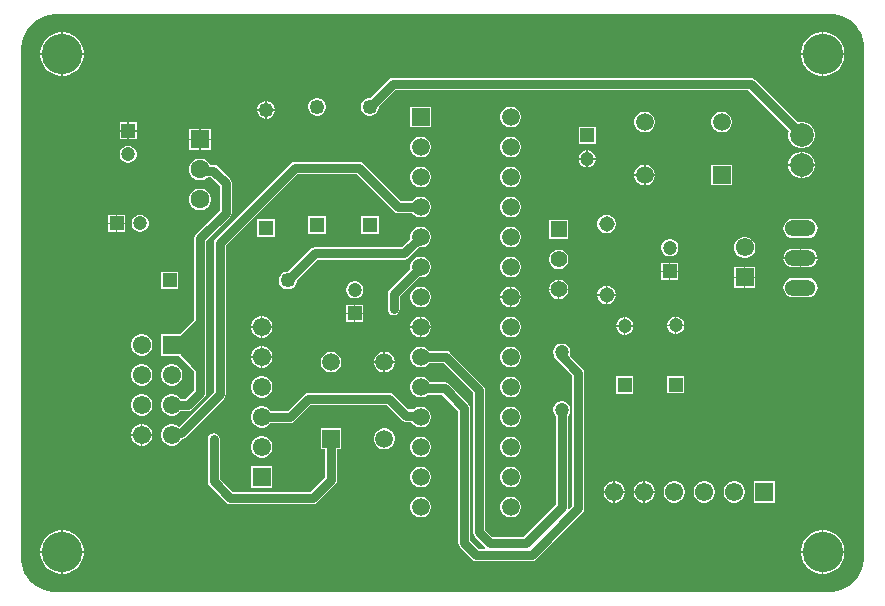
<source format=gbl>
G04*
G04 #@! TF.GenerationSoftware,Altium Limited,Altium Designer,23.5.1 (21)*
G04*
G04 Layer_Physical_Order=2*
G04 Layer_Color=16711680*
%FSLAX44Y44*%
%MOMM*%
G71*
G04*
G04 #@! TF.SameCoordinates,AB7613CA-6E89-4F34-93EF-E32F2A1E61AB*
G04*
G04*
G04 #@! TF.FilePolarity,Positive*
G04*
G01*
G75*
%ADD18C,1.2000*%
%ADD19R,1.2000X1.2000*%
%ADD20C,2.0000*%
%ADD30C,1.2500*%
%ADD31R,1.2500X1.2500*%
%ADD34R,1.2000X1.2000*%
%ADD35R,1.2500X1.2500*%
%ADD40C,0.7620*%
%ADD41O,2.6416X1.3208*%
%ADD42C,1.5000*%
%ADD43R,1.5000X1.5000*%
%ADD44R,1.5500X1.5500*%
%ADD45C,1.5500*%
%ADD46C,3.4290*%
%ADD47R,1.4000X1.4000*%
%ADD48C,1.4000*%
%ADD49C,1.6000*%
%ADD50R,1.6000X1.6000*%
%ADD51R,1.5500X1.5500*%
%ADD52R,1.5000X1.5000*%
%ADD53C,1.3080*%
%ADD54C,0.6000*%
G36*
X690121Y491991D02*
X693652Y491526D01*
X697092Y490604D01*
X700383Y489241D01*
X703468Y487460D01*
X706293Y485292D01*
X708812Y482773D01*
X710980Y479948D01*
X712761Y476863D01*
X714124Y473573D01*
X715046Y470132D01*
X715511Y466601D01*
X715511Y464820D01*
X715511Y31750D01*
X715511Y29886D01*
X715024Y26189D01*
X714059Y22588D01*
X712633Y19144D01*
X710769Y15915D01*
X708499Y12957D01*
X705863Y10321D01*
X702905Y8051D01*
X699676Y6187D01*
X696232Y4761D01*
X692630Y3796D01*
X688934Y3309D01*
X687070Y3309D01*
X30480D01*
X28616Y3309D01*
X24920Y3796D01*
X21318Y4761D01*
X17874Y6187D01*
X14645Y8051D01*
X11687Y10321D01*
X9051Y12957D01*
X6781Y15915D01*
X4917Y19144D01*
X3491Y22588D01*
X2526Y26189D01*
X2039Y29886D01*
X2039Y31750D01*
Y462280D01*
Y464227D01*
X2547Y468089D01*
X3555Y471851D01*
X5046Y475449D01*
X6993Y478822D01*
X9364Y481912D01*
X12118Y484666D01*
X15208Y487037D01*
X18581Y488984D01*
X22179Y490475D01*
X25941Y491483D01*
X29803Y491991D01*
X688340D01*
X690121Y491991D01*
D02*
G37*
%LPC*%
G36*
X682534Y476885D02*
X681355D01*
Y459105D01*
X699135D01*
Y460284D01*
X698427Y463842D01*
X697039Y467193D01*
X695024Y470209D01*
X692459Y472774D01*
X689443Y474789D01*
X686092Y476177D01*
X682534Y476885D01*
D02*
G37*
G36*
X680085D02*
X678906D01*
X675349Y476177D01*
X671997Y474789D01*
X668981Y472774D01*
X666416Y470209D01*
X664401Y467193D01*
X663013Y463842D01*
X662305Y460284D01*
Y459105D01*
X680085D01*
Y476885D01*
D02*
G37*
G36*
X38644D02*
X37465D01*
Y459105D01*
X55245D01*
Y460284D01*
X54537Y463842D01*
X53149Y467193D01*
X51134Y470209D01*
X48569Y472774D01*
X45553Y474789D01*
X42201Y476177D01*
X38644Y476885D01*
D02*
G37*
G36*
X36195D02*
X35016D01*
X31458Y476177D01*
X28107Y474789D01*
X25091Y472774D01*
X22526Y470209D01*
X20511Y467193D01*
X19123Y463842D01*
X18415Y460284D01*
Y459105D01*
X36195D01*
Y476885D01*
D02*
G37*
G36*
X699135Y457835D02*
X681355D01*
Y440055D01*
X682534D01*
X686092Y440763D01*
X689443Y442151D01*
X692459Y444166D01*
X695024Y446731D01*
X697039Y449747D01*
X698427Y453098D01*
X699135Y456656D01*
Y457835D01*
D02*
G37*
G36*
X680085D02*
X662305D01*
Y456656D01*
X663013Y453098D01*
X664401Y449747D01*
X666416Y446731D01*
X668981Y444166D01*
X671997Y442151D01*
X675349Y440763D01*
X678906Y440055D01*
X680085D01*
Y457835D01*
D02*
G37*
G36*
X55245D02*
X37465D01*
Y440055D01*
X38644D01*
X42201Y440763D01*
X45553Y442151D01*
X48569Y444166D01*
X51134Y446731D01*
X53149Y449747D01*
X54537Y453098D01*
X55245Y456656D01*
Y457835D01*
D02*
G37*
G36*
X36195D02*
X18415D01*
Y456656D01*
X19123Y453098D01*
X20511Y449747D01*
X22526Y446731D01*
X25091Y444166D01*
X28107Y442151D01*
X31458Y440763D01*
X35016Y440055D01*
X36195D01*
Y457835D01*
D02*
G37*
G36*
X210540Y418670D02*
X210185D01*
Y411785D01*
X217070D01*
Y412140D01*
X216558Y414052D01*
X215567Y415767D01*
X214167Y417167D01*
X212453Y418157D01*
X210540Y418670D01*
D02*
G37*
G36*
X208915D02*
X208560D01*
X206647Y418157D01*
X204933Y417167D01*
X203533Y415767D01*
X202542Y414052D01*
X202030Y412140D01*
Y411785D01*
X208915D01*
Y418670D01*
D02*
G37*
G36*
X253720Y421210D02*
X251740D01*
X249827Y420697D01*
X248113Y419707D01*
X246712Y418307D01*
X245723Y416592D01*
X245210Y414680D01*
Y412700D01*
X245723Y410787D01*
X246712Y409072D01*
X248113Y407672D01*
X249827Y406682D01*
X251740Y406170D01*
X253720D01*
X255633Y406682D01*
X257347Y407672D01*
X258748Y409072D01*
X259737Y410787D01*
X260250Y412700D01*
Y414680D01*
X259737Y416592D01*
X258748Y418307D01*
X257347Y419707D01*
X255633Y420697D01*
X253720Y421210D01*
D02*
G37*
G36*
X217070Y410515D02*
X210185D01*
Y403630D01*
X210540D01*
X212453Y404142D01*
X214167Y405132D01*
X215567Y406532D01*
X216558Y408247D01*
X217070Y410160D01*
Y410515D01*
D02*
G37*
G36*
X208915D02*
X202030D01*
Y410160D01*
X202542Y408247D01*
X203533Y406532D01*
X204933Y405132D01*
X206647Y404142D01*
X208560Y403630D01*
X208915D01*
Y410515D01*
D02*
G37*
G36*
X417715Y413900D02*
X415405D01*
X413175Y413302D01*
X411175Y412148D01*
X409542Y410515D01*
X408388Y408515D01*
X407790Y406285D01*
Y403975D01*
X408388Y401745D01*
X409542Y399745D01*
X411175Y398112D01*
X413175Y396958D01*
X415405Y396360D01*
X417715D01*
X419945Y396958D01*
X421945Y398112D01*
X423578Y399745D01*
X424732Y401745D01*
X425330Y403975D01*
Y406285D01*
X424732Y408515D01*
X423578Y410515D01*
X421945Y412148D01*
X419945Y413302D01*
X417715Y413900D01*
D02*
G37*
G36*
X349130D02*
X331590D01*
Y396360D01*
X349130D01*
Y413900D01*
D02*
G37*
G36*
X99980Y400650D02*
X93345D01*
Y394015D01*
X99980D01*
Y400650D01*
D02*
G37*
G36*
X92075D02*
X85440D01*
Y394015D01*
X92075D01*
Y400650D01*
D02*
G37*
G36*
X596264Y409730D02*
X593955D01*
X591725Y409132D01*
X589725Y407977D01*
X588092Y406345D01*
X586937Y404345D01*
X586340Y402114D01*
Y399805D01*
X586937Y397575D01*
X588092Y395575D01*
X589725Y393942D01*
X591725Y392788D01*
X593955Y392190D01*
X596264D01*
X598495Y392788D01*
X600495Y393942D01*
X602127Y395575D01*
X603282Y397575D01*
X603880Y399805D01*
Y402114D01*
X603282Y404345D01*
X602127Y406345D01*
X600495Y407977D01*
X598495Y409132D01*
X596264Y409730D01*
D02*
G37*
G36*
X531265D02*
X528956D01*
X526725Y409132D01*
X524725Y407977D01*
X523092Y406345D01*
X521938Y404345D01*
X521340Y402114D01*
Y399805D01*
X521938Y397575D01*
X523092Y395575D01*
X524725Y393942D01*
X526725Y392788D01*
X528956Y392190D01*
X531265D01*
X533495Y392788D01*
X535495Y393942D01*
X537128Y395575D01*
X538283Y397575D01*
X538880Y399805D01*
Y402114D01*
X538283Y404345D01*
X537128Y406345D01*
X535495Y407977D01*
X533495Y409132D01*
X531265Y409730D01*
D02*
G37*
G36*
X162940Y395350D02*
X154305D01*
Y386715D01*
X162940D01*
Y395350D01*
D02*
G37*
G36*
X153035D02*
X144400D01*
Y386715D01*
X153035D01*
Y395350D01*
D02*
G37*
G36*
X99980Y392745D02*
X93345D01*
Y386110D01*
X99980D01*
Y392745D01*
D02*
G37*
G36*
X92075D02*
X85440D01*
Y386110D01*
X92075D01*
Y392745D01*
D02*
G37*
G36*
X488600Y397000D02*
X474060D01*
Y382460D01*
X488600D01*
Y397000D01*
D02*
G37*
G36*
X619760Y438250D02*
X316560D01*
X314578Y437855D01*
X312898Y436732D01*
X297375Y421210D01*
X296190D01*
X294277Y420697D01*
X292563Y419707D01*
X291162Y418307D01*
X290173Y416592D01*
X289660Y414680D01*
Y412700D01*
X290173Y410787D01*
X291162Y409072D01*
X292563Y407672D01*
X294277Y406682D01*
X296190Y406170D01*
X298170D01*
X300083Y406682D01*
X301797Y407672D01*
X303197Y409072D01*
X304188Y410787D01*
X304700Y412700D01*
Y413885D01*
X318706Y427891D01*
X617615D01*
X652190Y393315D01*
X651670Y391374D01*
Y388406D01*
X652438Y385540D01*
X653922Y382970D01*
X656020Y380872D01*
X658590Y379388D01*
X661456Y378620D01*
X664424D01*
X667290Y379388D01*
X669860Y380872D01*
X671958Y382970D01*
X673442Y385540D01*
X674210Y388406D01*
Y391374D01*
X673442Y394240D01*
X671958Y396810D01*
X669860Y398908D01*
X667290Y400392D01*
X664424Y401160D01*
X661456D01*
X659515Y400640D01*
X623423Y436732D01*
X621742Y437855D01*
X619760Y438250D01*
D02*
G37*
G36*
X162940Y385445D02*
X154305D01*
Y376810D01*
X162940D01*
Y385445D01*
D02*
G37*
G36*
X153035D02*
X144400D01*
Y376810D01*
X153035D01*
Y385445D01*
D02*
G37*
G36*
X417715Y388500D02*
X415405D01*
X413175Y387902D01*
X411175Y386748D01*
X409542Y385115D01*
X408388Y383115D01*
X407790Y380885D01*
Y378575D01*
X408388Y376345D01*
X409542Y374345D01*
X411175Y372712D01*
X413175Y371558D01*
X415405Y370960D01*
X417715D01*
X419945Y371558D01*
X421945Y372712D01*
X423578Y374345D01*
X424732Y376345D01*
X425330Y378575D01*
Y380885D01*
X424732Y383115D01*
X423578Y385115D01*
X421945Y386748D01*
X419945Y387902D01*
X417715Y388500D01*
D02*
G37*
G36*
X341515D02*
X339205D01*
X336975Y387902D01*
X334975Y386748D01*
X333342Y385115D01*
X332188Y383115D01*
X331590Y380885D01*
Y378575D01*
X332188Y376345D01*
X333342Y374345D01*
X334975Y372712D01*
X336975Y371558D01*
X339205Y370960D01*
X341515D01*
X343745Y371558D01*
X345745Y372712D01*
X347378Y374345D01*
X348532Y376345D01*
X349130Y378575D01*
Y380885D01*
X348532Y383115D01*
X347378Y385115D01*
X345745Y386748D01*
X343745Y387902D01*
X341515Y388500D01*
D02*
G37*
G36*
X482287Y377000D02*
X481965D01*
Y370365D01*
X488600D01*
Y370687D01*
X488105Y372536D01*
X487147Y374194D01*
X485794Y375547D01*
X484136Y376505D01*
X482287Y377000D01*
D02*
G37*
G36*
X480695D02*
X480373D01*
X478524Y376505D01*
X476866Y375547D01*
X475513Y374194D01*
X474555Y372536D01*
X474060Y370687D01*
Y370365D01*
X480695D01*
Y377000D01*
D02*
G37*
G36*
X93667Y380650D02*
X91753D01*
X89904Y380155D01*
X88246Y379197D01*
X86893Y377844D01*
X85935Y376186D01*
X85440Y374337D01*
Y372423D01*
X85935Y370574D01*
X86893Y368916D01*
X88246Y367563D01*
X89904Y366605D01*
X91753Y366110D01*
X93667D01*
X95516Y366605D01*
X97174Y367563D01*
X98527Y368916D01*
X99485Y370574D01*
X99980Y372423D01*
Y374337D01*
X99485Y376186D01*
X98527Y377844D01*
X97174Y379197D01*
X95516Y380155D01*
X93667Y380650D01*
D02*
G37*
G36*
X664424Y375760D02*
X663575D01*
Y365125D01*
X674210D01*
Y365974D01*
X673442Y368840D01*
X671958Y371410D01*
X669860Y373508D01*
X667290Y374992D01*
X664424Y375760D01*
D02*
G37*
G36*
X662305D02*
X661456D01*
X658590Y374992D01*
X656020Y373508D01*
X653922Y371410D01*
X652438Y368840D01*
X651670Y365974D01*
Y365125D01*
X662305D01*
Y375760D01*
D02*
G37*
G36*
X488600Y369095D02*
X481965D01*
Y362460D01*
X482287D01*
X484136Y362955D01*
X485794Y363913D01*
X487147Y365266D01*
X488105Y366924D01*
X488600Y368773D01*
Y369095D01*
D02*
G37*
G36*
X480695D02*
X474060D01*
Y368773D01*
X474555Y366924D01*
X475513Y365266D01*
X476866Y363913D01*
X478524Y362955D01*
X480373Y362460D01*
X480695D01*
Y369095D01*
D02*
G37*
G36*
X531265Y364730D02*
X530745D01*
Y356595D01*
X538880D01*
Y357115D01*
X538283Y359345D01*
X537128Y361345D01*
X535495Y362978D01*
X533495Y364132D01*
X531265Y364730D01*
D02*
G37*
G36*
X529475D02*
X528956D01*
X526725Y364132D01*
X524725Y362978D01*
X523092Y361345D01*
X521938Y359345D01*
X521340Y357115D01*
Y356595D01*
X529475D01*
Y364730D01*
D02*
G37*
G36*
X674210Y363855D02*
X663575D01*
Y353220D01*
X664424D01*
X667290Y353988D01*
X669860Y355472D01*
X671958Y357570D01*
X673442Y360140D01*
X674210Y363006D01*
Y363855D01*
D02*
G37*
G36*
X662305D02*
X651670D01*
Y363006D01*
X652438Y360140D01*
X653922Y357570D01*
X656020Y355472D01*
X658590Y353988D01*
X661456Y353220D01*
X662305D01*
Y363855D01*
D02*
G37*
G36*
X603880Y364730D02*
X586340D01*
Y347190D01*
X603880D01*
Y364730D01*
D02*
G37*
G36*
X538880Y355325D02*
X530745D01*
Y347190D01*
X531265D01*
X533495Y347788D01*
X535495Y348942D01*
X537128Y350575D01*
X538283Y352575D01*
X538880Y354806D01*
Y355325D01*
D02*
G37*
G36*
X529475D02*
X521340D01*
Y354806D01*
X521938Y352575D01*
X523092Y350575D01*
X524725Y348942D01*
X526725Y347788D01*
X528956Y347190D01*
X529475D01*
Y355325D01*
D02*
G37*
G36*
X417715Y363100D02*
X415405D01*
X413175Y362502D01*
X411175Y361348D01*
X409542Y359715D01*
X408388Y357715D01*
X407790Y355485D01*
Y353175D01*
X408388Y350945D01*
X409542Y348945D01*
X411175Y347312D01*
X413175Y346158D01*
X415405Y345560D01*
X417715D01*
X419945Y346158D01*
X421945Y347312D01*
X423578Y348945D01*
X424732Y350945D01*
X425330Y353175D01*
Y355485D01*
X424732Y357715D01*
X423578Y359715D01*
X421945Y361348D01*
X419945Y362502D01*
X417715Y363100D01*
D02*
G37*
G36*
X341515D02*
X339205D01*
X336975Y362502D01*
X334975Y361348D01*
X333342Y359715D01*
X332188Y357715D01*
X331590Y355485D01*
Y353175D01*
X332188Y350945D01*
X333342Y348945D01*
X334975Y347312D01*
X336975Y346158D01*
X339205Y345560D01*
X341515D01*
X343745Y346158D01*
X345745Y347312D01*
X347378Y348945D01*
X348532Y350945D01*
X349130Y353175D01*
Y355485D01*
X348532Y357715D01*
X347378Y359715D01*
X345745Y361348D01*
X343745Y362502D01*
X341515Y363100D01*
D02*
G37*
G36*
X154890Y344550D02*
X152450D01*
X150092Y343918D01*
X147978Y342698D01*
X146252Y340972D01*
X145032Y338858D01*
X144400Y336500D01*
Y334060D01*
X145032Y331702D01*
X146252Y329588D01*
X147978Y327862D01*
X150092Y326642D01*
X152450Y326010D01*
X154890D01*
X157248Y326642D01*
X159362Y327862D01*
X161088Y329588D01*
X162308Y331702D01*
X162940Y334060D01*
Y336500D01*
X162308Y338858D01*
X161088Y340972D01*
X159362Y342698D01*
X157248Y343918D01*
X154890Y344550D01*
D02*
G37*
G36*
X417715Y337700D02*
X415405D01*
X413175Y337102D01*
X411175Y335948D01*
X409542Y334315D01*
X408388Y332315D01*
X407790Y330085D01*
Y327775D01*
X408388Y325545D01*
X409542Y323545D01*
X411175Y321912D01*
X413175Y320758D01*
X415405Y320160D01*
X417715D01*
X419945Y320758D01*
X421945Y321912D01*
X423578Y323545D01*
X424732Y325545D01*
X425330Y327775D01*
Y330085D01*
X424732Y332315D01*
X423578Y334315D01*
X421945Y335948D01*
X419945Y337102D01*
X417715Y337700D01*
D02*
G37*
G36*
X288290Y367130D02*
X233680D01*
X231698Y366735D01*
X230018Y365612D01*
X166518Y302113D01*
X165395Y300432D01*
X165000Y298450D01*
Y172325D01*
X135431Y142756D01*
X135078Y143108D01*
X133022Y144295D01*
X130728Y144910D01*
X128352D01*
X126058Y144295D01*
X124002Y143108D01*
X122322Y141428D01*
X121135Y139372D01*
X120520Y137078D01*
Y134703D01*
X121135Y132408D01*
X122322Y130352D01*
X124002Y128672D01*
X126058Y127485D01*
X128352Y126870D01*
X130728D01*
X133022Y127485D01*
X135078Y128672D01*
X136758Y130352D01*
X137892Y132317D01*
X139380Y132612D01*
X141060Y133735D01*
X173843Y166518D01*
X174965Y168198D01*
X175359Y170180D01*
X175359Y170180D01*
Y296305D01*
X235825Y356771D01*
X286145D01*
X317647Y325267D01*
X319328Y324145D01*
X321310Y323750D01*
X321310Y323750D01*
X333224D01*
X333342Y323545D01*
X334975Y321912D01*
X336975Y320758D01*
X339205Y320160D01*
X341515D01*
X343745Y320758D01*
X345745Y321912D01*
X347378Y323545D01*
X348532Y325545D01*
X349130Y327775D01*
Y330085D01*
X348532Y332315D01*
X347378Y334315D01*
X345745Y335948D01*
X343745Y337102D01*
X341515Y337700D01*
X339205D01*
X336975Y337102D01*
X334975Y335948D01*
X333342Y334315D01*
X333224Y334109D01*
X323456D01*
X291952Y365612D01*
X290272Y366735D01*
X288290Y367130D01*
D02*
G37*
G36*
X90140Y322230D02*
X83505D01*
Y315595D01*
X90140D01*
Y322230D01*
D02*
G37*
G36*
X82235D02*
X75600D01*
Y315595D01*
X82235D01*
Y322230D01*
D02*
G37*
G36*
X103827D02*
X101913D01*
X100064Y321735D01*
X98406Y320777D01*
X97053Y319424D01*
X96095Y317766D01*
X95600Y315917D01*
Y314003D01*
X96095Y312154D01*
X97053Y310496D01*
X98406Y309143D01*
X100064Y308185D01*
X101913Y307690D01*
X103827D01*
X105676Y308185D01*
X107334Y309143D01*
X108687Y310496D01*
X109645Y312154D01*
X110140Y314003D01*
Y315917D01*
X109645Y317766D01*
X108687Y319424D01*
X107334Y320777D01*
X105676Y321735D01*
X103827Y322230D01*
D02*
G37*
G36*
X90140Y314325D02*
X83505D01*
Y307690D01*
X90140D01*
Y314325D01*
D02*
G37*
G36*
X82235D02*
X75600D01*
Y307690D01*
X82235D01*
Y314325D01*
D02*
G37*
G36*
X498868Y322290D02*
X496812D01*
X494826Y321758D01*
X493045Y320729D01*
X491590Y319275D01*
X490562Y317495D01*
X490030Y315508D01*
Y313452D01*
X490562Y311465D01*
X491590Y309685D01*
X493045Y308230D01*
X494826Y307202D01*
X496812Y306670D01*
X498868D01*
X500854Y307202D01*
X502635Y308230D01*
X504090Y309685D01*
X505118Y311465D01*
X505650Y313452D01*
Y315508D01*
X505118Y317495D01*
X504090Y319275D01*
X502635Y320729D01*
X500854Y321758D01*
X498868Y322290D01*
D02*
G37*
G36*
X304700Y321210D02*
X289660D01*
Y306170D01*
X304700D01*
Y321210D01*
D02*
G37*
G36*
X260250D02*
X245210D01*
Y306170D01*
X260250D01*
Y321210D01*
D02*
G37*
G36*
X217070Y318670D02*
X202030D01*
Y303630D01*
X217070D01*
Y318670D01*
D02*
G37*
G36*
X668540Y318680D02*
X655332D01*
X653277Y318410D01*
X651361Y317616D01*
X649716Y316354D01*
X648454Y314709D01*
X647661Y312794D01*
X647390Y310738D01*
X647661Y308683D01*
X648454Y306767D01*
X649716Y305122D01*
X651361Y303860D01*
X653277Y303067D01*
X655332Y302796D01*
X668540D01*
X670595Y303067D01*
X672511Y303860D01*
X674156Y305122D01*
X675418Y306767D01*
X676211Y308683D01*
X676482Y310738D01*
X676211Y312794D01*
X675418Y314709D01*
X674156Y316354D01*
X672511Y317616D01*
X670595Y318410D01*
X668540Y318680D01*
D02*
G37*
G36*
X465470Y318150D02*
X448930D01*
Y301610D01*
X465470D01*
Y318150D01*
D02*
G37*
G36*
X417715Y312300D02*
X415405D01*
X413175Y311702D01*
X411175Y310548D01*
X409542Y308915D01*
X408388Y306915D01*
X407790Y304685D01*
Y302375D01*
X408388Y300145D01*
X409542Y298145D01*
X411175Y296512D01*
X413175Y295358D01*
X415405Y294760D01*
X417715D01*
X419945Y295358D01*
X421945Y296512D01*
X423578Y298145D01*
X424732Y300145D01*
X425330Y302375D01*
Y304685D01*
X424732Y306915D01*
X423578Y308915D01*
X421945Y310548D01*
X419945Y311702D01*
X417715Y312300D01*
D02*
G37*
G36*
X341515D02*
X339205D01*
X336975Y311702D01*
X334975Y310548D01*
X333342Y308915D01*
X332188Y306915D01*
X331590Y304685D01*
Y302375D01*
X331651Y302146D01*
X324245Y294739D01*
X250660D01*
X248678Y294345D01*
X246997Y293223D01*
X227995Y274220D01*
X226810D01*
X224897Y273708D01*
X223183Y272717D01*
X221782Y271317D01*
X220792Y269603D01*
X220280Y267690D01*
Y265710D01*
X220792Y263797D01*
X221782Y262083D01*
X223183Y260683D01*
X224897Y259692D01*
X226810Y259180D01*
X228790D01*
X230702Y259692D01*
X232417Y260683D01*
X233817Y262083D01*
X234807Y263797D01*
X235320Y265710D01*
Y266895D01*
X252805Y284380D01*
X326390D01*
X328372Y284775D01*
X330052Y285898D01*
X338976Y294821D01*
X339205Y294760D01*
X341515D01*
X343745Y295358D01*
X345745Y296512D01*
X347378Y298145D01*
X348532Y300145D01*
X349130Y302375D01*
Y304685D01*
X348532Y306915D01*
X347378Y308915D01*
X345745Y310548D01*
X343745Y311702D01*
X341515Y312300D01*
D02*
G37*
G36*
X552137Y301750D02*
X550223D01*
X548374Y301255D01*
X546716Y300297D01*
X545363Y298944D01*
X544405Y297286D01*
X543910Y295437D01*
Y293523D01*
X544405Y291674D01*
X545363Y290016D01*
X546716Y288662D01*
X548374Y287705D01*
X550223Y287210D01*
X552137D01*
X553986Y287705D01*
X555644Y288662D01*
X556997Y290016D01*
X557955Y291674D01*
X558450Y293523D01*
Y295437D01*
X557955Y297286D01*
X556997Y298944D01*
X555644Y300297D01*
X553986Y301255D01*
X552137Y301750D01*
D02*
G37*
G36*
X668540Y293680D02*
X662571D01*
Y286373D01*
X676398D01*
X676211Y287794D01*
X675418Y289709D01*
X674156Y291354D01*
X672511Y292616D01*
X670595Y293409D01*
X668540Y293680D01*
D02*
G37*
G36*
X661301D02*
X655332D01*
X653277Y293409D01*
X651361Y292616D01*
X649716Y291354D01*
X648454Y289709D01*
X647661Y287794D01*
X647474Y286373D01*
X661301D01*
Y293680D01*
D02*
G37*
G36*
X615868Y303660D02*
X613493D01*
X611198Y303045D01*
X609142Y301858D01*
X607462Y300178D01*
X606275Y298122D01*
X605660Y295828D01*
Y293452D01*
X606275Y291158D01*
X607462Y289102D01*
X609142Y287422D01*
X611198Y286235D01*
X613493Y285620D01*
X615868D01*
X618162Y286235D01*
X620218Y287422D01*
X621898Y289102D01*
X623085Y291158D01*
X623700Y293452D01*
Y295828D01*
X623085Y298122D01*
X621898Y300178D01*
X620218Y301858D01*
X618162Y303045D01*
X615868Y303660D01*
D02*
G37*
G36*
X676398Y285103D02*
X662571D01*
Y277796D01*
X668540D01*
X670595Y278067D01*
X672511Y278860D01*
X674156Y280122D01*
X675418Y281767D01*
X676211Y283682D01*
X676398Y285103D01*
D02*
G37*
G36*
X661301D02*
X647474D01*
X647661Y283682D01*
X648454Y281767D01*
X649716Y280122D01*
X651361Y278860D01*
X653277Y278067D01*
X655332Y277796D01*
X661301D01*
Y285103D01*
D02*
G37*
G36*
X458289Y292750D02*
X456111D01*
X454008Y292186D01*
X452122Y291098D01*
X450582Y289558D01*
X449494Y287672D01*
X448930Y285569D01*
Y283391D01*
X449494Y281288D01*
X450582Y279402D01*
X452122Y277862D01*
X454008Y276774D01*
X456111Y276210D01*
X458289D01*
X460392Y276774D01*
X462278Y277862D01*
X463818Y279402D01*
X464906Y281288D01*
X465470Y283391D01*
Y285569D01*
X464906Y287672D01*
X463818Y289558D01*
X462278Y291098D01*
X460392Y292186D01*
X458289Y292750D01*
D02*
G37*
G36*
X558450Y281750D02*
X551815D01*
Y275115D01*
X558450D01*
Y281750D01*
D02*
G37*
G36*
X550545D02*
X543910D01*
Y275115D01*
X550545D01*
Y281750D01*
D02*
G37*
G36*
X623700Y278260D02*
X615315D01*
Y269875D01*
X623700D01*
Y278260D01*
D02*
G37*
G36*
X614045D02*
X605660D01*
Y269875D01*
X614045D01*
Y278260D01*
D02*
G37*
G36*
X417715Y286900D02*
X415405D01*
X413175Y286302D01*
X411175Y285148D01*
X409542Y283515D01*
X408388Y281515D01*
X407790Y279285D01*
Y276975D01*
X408388Y274745D01*
X409542Y272745D01*
X411175Y271112D01*
X413175Y269958D01*
X415405Y269360D01*
X417715D01*
X419945Y269958D01*
X421945Y271112D01*
X423578Y272745D01*
X424732Y274745D01*
X425330Y276975D01*
Y279285D01*
X424732Y281515D01*
X423578Y283515D01*
X421945Y285148D01*
X419945Y286302D01*
X417715Y286900D01*
D02*
G37*
G36*
X341515D02*
X339205D01*
X336975Y286302D01*
X334975Y285148D01*
X333342Y283515D01*
X332188Y281515D01*
X331590Y279285D01*
Y276975D01*
X331651Y276746D01*
X313838Y258932D01*
X312715Y257252D01*
X312320Y255270D01*
Y242570D01*
X312715Y240588D01*
X313838Y238908D01*
X315518Y237785D01*
X317500Y237390D01*
X319482Y237785D01*
X321162Y238908D01*
X322285Y240588D01*
X322679Y242570D01*
Y253125D01*
X338976Y269421D01*
X339205Y269360D01*
X341515D01*
X343745Y269958D01*
X345745Y271112D01*
X347378Y272745D01*
X348532Y274745D01*
X349130Y276975D01*
Y279285D01*
X348532Y281515D01*
X347378Y283515D01*
X345745Y285148D01*
X343745Y286302D01*
X341515Y286900D01*
D02*
G37*
G36*
X558450Y273845D02*
X551815D01*
Y267210D01*
X558450D01*
Y273845D01*
D02*
G37*
G36*
X550545D02*
X543910D01*
Y267210D01*
X550545D01*
Y273845D01*
D02*
G37*
G36*
X623700Y268605D02*
X615315D01*
Y260220D01*
X623700D01*
Y268605D01*
D02*
G37*
G36*
X614045D02*
X605660D01*
Y260220D01*
X614045D01*
Y268605D01*
D02*
G37*
G36*
X458289Y267350D02*
X457835D01*
Y259715D01*
X465470D01*
Y260169D01*
X464906Y262272D01*
X463818Y264158D01*
X462278Y265698D01*
X460392Y266786D01*
X458289Y267350D01*
D02*
G37*
G36*
X456565D02*
X456111D01*
X454008Y266786D01*
X452122Y265698D01*
X450582Y264158D01*
X449494Y262272D01*
X448930Y260169D01*
Y259715D01*
X456565D01*
Y267350D01*
D02*
G37*
G36*
X135320Y274220D02*
X120280D01*
Y259180D01*
X135320D01*
Y274220D01*
D02*
G37*
G36*
X498868Y262290D02*
X498475D01*
Y255115D01*
X505650D01*
Y255508D01*
X505118Y257495D01*
X504090Y259275D01*
X502635Y260730D01*
X500854Y261758D01*
X498868Y262290D01*
D02*
G37*
G36*
X497205D02*
X496812D01*
X494826Y261758D01*
X493045Y260730D01*
X491590Y259275D01*
X490562Y257495D01*
X490030Y255508D01*
Y255115D01*
X497205D01*
Y262290D01*
D02*
G37*
G36*
X417715Y261500D02*
X417195D01*
Y253365D01*
X425330D01*
Y253885D01*
X424732Y256115D01*
X423578Y258115D01*
X421945Y259748D01*
X419945Y260902D01*
X417715Y261500D01*
D02*
G37*
G36*
X415925D02*
X415405D01*
X413175Y260902D01*
X411175Y259748D01*
X409542Y258115D01*
X408388Y256115D01*
X407790Y253885D01*
Y253365D01*
X415925D01*
Y261500D01*
D02*
G37*
G36*
X668540Y268680D02*
X655332D01*
X653277Y268409D01*
X651361Y267616D01*
X649716Y266354D01*
X648454Y264709D01*
X647661Y262793D01*
X647390Y260738D01*
X647661Y258682D01*
X648454Y256767D01*
X649716Y255122D01*
X651361Y253860D01*
X653277Y253067D01*
X655332Y252796D01*
X668540D01*
X670595Y253067D01*
X672511Y253860D01*
X674156Y255122D01*
X675418Y256767D01*
X676211Y258682D01*
X676482Y260738D01*
X676211Y262793D01*
X675418Y264709D01*
X674156Y266354D01*
X672511Y267616D01*
X670595Y268409D01*
X668540Y268680D01*
D02*
G37*
G36*
X285437Y266030D02*
X283523D01*
X281674Y265535D01*
X280016Y264577D01*
X278663Y263224D01*
X277705Y261566D01*
X277210Y259717D01*
Y257803D01*
X277705Y255954D01*
X278663Y254296D01*
X280016Y252943D01*
X281674Y251985D01*
X283523Y251490D01*
X285437D01*
X287286Y251985D01*
X288944Y252943D01*
X290297Y254296D01*
X291255Y255954D01*
X291750Y257803D01*
Y259717D01*
X291255Y261566D01*
X290297Y263224D01*
X288944Y264577D01*
X287286Y265535D01*
X285437Y266030D01*
D02*
G37*
G36*
X465470Y258445D02*
X457835D01*
Y250810D01*
X458289D01*
X460392Y251374D01*
X462278Y252462D01*
X463818Y254002D01*
X464906Y255888D01*
X465470Y257991D01*
Y258445D01*
D02*
G37*
G36*
X456565D02*
X448930D01*
Y257991D01*
X449494Y255888D01*
X450582Y254002D01*
X452122Y252462D01*
X454008Y251374D01*
X456111Y250810D01*
X456565D01*
Y258445D01*
D02*
G37*
G36*
X505650Y253845D02*
X498475D01*
Y246670D01*
X498868D01*
X500854Y247202D01*
X502635Y248230D01*
X504090Y249685D01*
X505118Y251465D01*
X505650Y253452D01*
Y253845D01*
D02*
G37*
G36*
X497205D02*
X490030D01*
Y253452D01*
X490562Y251465D01*
X491590Y249685D01*
X493045Y248230D01*
X494826Y247202D01*
X496812Y246670D01*
X497205D01*
Y253845D01*
D02*
G37*
G36*
X425330Y252095D02*
X417195D01*
Y243960D01*
X417715D01*
X419945Y244558D01*
X421945Y245712D01*
X423578Y247345D01*
X424732Y249345D01*
X425330Y251575D01*
Y252095D01*
D02*
G37*
G36*
X415925D02*
X407790D01*
Y251575D01*
X408388Y249345D01*
X409542Y247345D01*
X411175Y245712D01*
X413175Y244558D01*
X415405Y243960D01*
X415925D01*
Y252095D01*
D02*
G37*
G36*
X341515Y261500D02*
X339205D01*
X336975Y260902D01*
X334975Y259748D01*
X333342Y258115D01*
X332188Y256115D01*
X331590Y253885D01*
Y251575D01*
X332188Y249345D01*
X333342Y247345D01*
X334975Y245712D01*
X336975Y244558D01*
X339205Y243960D01*
X341515D01*
X343745Y244558D01*
X345745Y245712D01*
X347378Y247345D01*
X348532Y249345D01*
X349130Y251575D01*
Y253885D01*
X348532Y256115D01*
X347378Y258115D01*
X345745Y259748D01*
X343745Y260902D01*
X341515Y261500D01*
D02*
G37*
G36*
X291750Y246030D02*
X285115D01*
Y239395D01*
X291750D01*
Y246030D01*
D02*
G37*
G36*
X283845D02*
X277210D01*
Y239395D01*
X283845D01*
Y246030D01*
D02*
G37*
G36*
X291750Y238125D02*
X285115D01*
Y231490D01*
X291750D01*
Y238125D01*
D02*
G37*
G36*
X283845D02*
X277210D01*
Y231490D01*
X283845D01*
Y238125D01*
D02*
G37*
G36*
X557217Y235870D02*
X556895D01*
Y229235D01*
X563530D01*
Y229557D01*
X563035Y231406D01*
X562077Y233064D01*
X560724Y234417D01*
X559066Y235375D01*
X557217Y235870D01*
D02*
G37*
G36*
X555625D02*
X555303D01*
X553454Y235375D01*
X551796Y234417D01*
X550443Y233064D01*
X549485Y231406D01*
X548990Y229557D01*
Y229235D01*
X555625D01*
Y235870D01*
D02*
G37*
G36*
X514037Y235470D02*
X513715D01*
Y228835D01*
X520350D01*
Y229157D01*
X519855Y231006D01*
X518897Y232664D01*
X517544Y234017D01*
X515886Y234975D01*
X514037Y235470D01*
D02*
G37*
G36*
X512445D02*
X512123D01*
X510274Y234975D01*
X508616Y234017D01*
X507263Y232664D01*
X506305Y231006D01*
X505810Y229157D01*
Y228835D01*
X512445D01*
Y235470D01*
D02*
G37*
G36*
X206928Y236350D02*
X206375D01*
Y227965D01*
X214760D01*
Y228517D01*
X214145Y230812D01*
X212958Y232868D01*
X211278Y234548D01*
X209222Y235735D01*
X206928Y236350D01*
D02*
G37*
G36*
X341515Y236100D02*
X340995D01*
Y227965D01*
X349130D01*
Y228485D01*
X348532Y230715D01*
X347378Y232715D01*
X345745Y234348D01*
X343745Y235502D01*
X341515Y236100D01*
D02*
G37*
G36*
X339725D02*
X339205D01*
X336975Y235502D01*
X334975Y234348D01*
X333342Y232715D01*
X332188Y230715D01*
X331590Y228485D01*
Y227965D01*
X339725D01*
Y236100D01*
D02*
G37*
G36*
X205105Y236350D02*
X204552D01*
X202258Y235735D01*
X200202Y234548D01*
X198522Y232868D01*
X197335Y230812D01*
X196720Y228517D01*
Y227965D01*
X205105D01*
Y236350D01*
D02*
G37*
G36*
X563530Y227965D02*
X556895D01*
Y221330D01*
X557217D01*
X559066Y221825D01*
X560724Y222783D01*
X562077Y224136D01*
X563035Y225794D01*
X563530Y227643D01*
Y227965D01*
D02*
G37*
G36*
X555625D02*
X548990D01*
Y227643D01*
X549485Y225794D01*
X550443Y224136D01*
X551796Y222783D01*
X553454Y221825D01*
X555303Y221330D01*
X555625D01*
Y227965D01*
D02*
G37*
G36*
X520350Y227565D02*
X513715D01*
Y220930D01*
X514037D01*
X515886Y221425D01*
X517544Y222383D01*
X518897Y223736D01*
X519855Y225394D01*
X520350Y227243D01*
Y227565D01*
D02*
G37*
G36*
X512445D02*
X505810D01*
Y227243D01*
X506305Y225394D01*
X507263Y223736D01*
X508616Y222383D01*
X510274Y221425D01*
X512123Y220930D01*
X512445D01*
Y227565D01*
D02*
G37*
G36*
X417715Y236100D02*
X415405D01*
X413175Y235502D01*
X411175Y234348D01*
X409542Y232715D01*
X408388Y230715D01*
X407790Y228485D01*
Y226175D01*
X408388Y223945D01*
X409542Y221945D01*
X411175Y220312D01*
X413175Y219158D01*
X415405Y218560D01*
X417715D01*
X419945Y219158D01*
X421945Y220312D01*
X423578Y221945D01*
X424732Y223945D01*
X425330Y226175D01*
Y228485D01*
X424732Y230715D01*
X423578Y232715D01*
X421945Y234348D01*
X419945Y235502D01*
X417715Y236100D01*
D02*
G37*
G36*
X349130Y226695D02*
X340995D01*
Y218560D01*
X341515D01*
X343745Y219158D01*
X345745Y220312D01*
X347378Y221945D01*
X348532Y223945D01*
X349130Y226175D01*
Y226695D01*
D02*
G37*
G36*
X339725D02*
X331590D01*
Y226175D01*
X332188Y223945D01*
X333342Y221945D01*
X334975Y220312D01*
X336975Y219158D01*
X339205Y218560D01*
X339725D01*
Y226695D01*
D02*
G37*
G36*
X214760D02*
X206375D01*
Y218310D01*
X206928D01*
X209222Y218925D01*
X211278Y220112D01*
X212958Y221792D01*
X214145Y223848D01*
X214760Y226143D01*
Y226695D01*
D02*
G37*
G36*
X205105D02*
X196720D01*
Y226143D01*
X197335Y223848D01*
X198522Y221792D01*
X200202Y220112D01*
X202258Y218925D01*
X204552Y218310D01*
X205105D01*
Y226695D01*
D02*
G37*
G36*
X105328Y221110D02*
X102952D01*
X100658Y220495D01*
X98602Y219308D01*
X96922Y217628D01*
X95735Y215572D01*
X95120Y213277D01*
Y210903D01*
X95735Y208608D01*
X96922Y206552D01*
X98602Y204872D01*
X100658Y203685D01*
X102952Y203070D01*
X105328D01*
X107622Y203685D01*
X109678Y204872D01*
X111358Y206552D01*
X112545Y208608D01*
X113160Y210903D01*
Y213277D01*
X112545Y215572D01*
X111358Y217628D01*
X109678Y219308D01*
X107622Y220495D01*
X105328Y221110D01*
D02*
G37*
G36*
X206928Y210950D02*
X206375D01*
Y202565D01*
X214760D01*
Y203118D01*
X214145Y205412D01*
X212958Y207468D01*
X211278Y209148D01*
X209222Y210335D01*
X206928Y210950D01*
D02*
G37*
G36*
X205105D02*
X204552D01*
X202258Y210335D01*
X200202Y209148D01*
X198522Y207468D01*
X197335Y205412D01*
X196720Y203118D01*
Y202565D01*
X205105D01*
Y210950D01*
D02*
G37*
G36*
X310674Y206370D02*
X310155D01*
Y198235D01*
X318290D01*
Y198754D01*
X317692Y200985D01*
X316537Y202985D01*
X314905Y204618D01*
X312905Y205772D01*
X310674Y206370D01*
D02*
G37*
G36*
X308885D02*
X308365D01*
X306135Y205772D01*
X304135Y204618D01*
X302502Y202985D01*
X301348Y200985D01*
X300750Y198754D01*
Y198235D01*
X308885D01*
Y206370D01*
D02*
G37*
G36*
X417715Y210700D02*
X415405D01*
X413175Y210102D01*
X411175Y208948D01*
X409542Y207315D01*
X408388Y205315D01*
X407790Y203085D01*
Y200775D01*
X408388Y198545D01*
X409542Y196545D01*
X411175Y194912D01*
X413175Y193758D01*
X415405Y193160D01*
X417715D01*
X419945Y193758D01*
X421945Y194912D01*
X423578Y196545D01*
X424732Y198545D01*
X425330Y200775D01*
Y203085D01*
X424732Y205315D01*
X423578Y207315D01*
X421945Y208948D01*
X419945Y210102D01*
X417715Y210700D01*
D02*
G37*
G36*
X214760Y201295D02*
X206375D01*
Y192910D01*
X206928D01*
X209222Y193525D01*
X211278Y194712D01*
X212958Y196392D01*
X214145Y198448D01*
X214760Y200742D01*
Y201295D01*
D02*
G37*
G36*
X205105D02*
X196720D01*
Y200742D01*
X197335Y198448D01*
X198522Y196392D01*
X200202Y194712D01*
X202258Y193525D01*
X204552Y192910D01*
X205105D01*
Y201295D01*
D02*
G37*
G36*
X318290Y196965D02*
X310155D01*
Y188830D01*
X310674D01*
X312905Y189428D01*
X314905Y190582D01*
X316537Y192215D01*
X317692Y194215D01*
X318290Y196445D01*
Y196965D01*
D02*
G37*
G36*
X308885D02*
X300750D01*
Y196445D01*
X301348Y194215D01*
X302502Y192215D01*
X304135Y190582D01*
X306135Y189428D01*
X308365Y188830D01*
X308885D01*
Y196965D01*
D02*
G37*
G36*
X265675Y206370D02*
X263366D01*
X261135Y205772D01*
X259135Y204618D01*
X257502Y202985D01*
X256348Y200985D01*
X255750Y198754D01*
Y196445D01*
X256348Y194215D01*
X257502Y192215D01*
X259135Y190582D01*
X261135Y189428D01*
X263366Y188830D01*
X265675D01*
X267905Y189428D01*
X269905Y190582D01*
X271538Y192215D01*
X272693Y194215D01*
X273290Y196445D01*
Y198754D01*
X272693Y200985D01*
X271538Y202985D01*
X269905Y204618D01*
X267905Y205772D01*
X265675Y206370D01*
D02*
G37*
G36*
X130728Y195710D02*
X128352D01*
X126058Y195095D01*
X124002Y193908D01*
X122322Y192228D01*
X121135Y190172D01*
X120520Y187878D01*
Y185502D01*
X121135Y183208D01*
X122322Y181152D01*
X124002Y179472D01*
X126058Y178285D01*
X128352Y177670D01*
X130728D01*
X133022Y178285D01*
X135078Y179472D01*
X136758Y181152D01*
X137945Y183208D01*
X138560Y185502D01*
Y187878D01*
X137945Y190172D01*
X136758Y192228D01*
X135078Y193908D01*
X133022Y195095D01*
X130728Y195710D01*
D02*
G37*
G36*
X105328D02*
X102952D01*
X100658Y195095D01*
X98602Y193908D01*
X96922Y192228D01*
X95735Y190172D01*
X95120Y187878D01*
Y185502D01*
X95735Y183208D01*
X96922Y181152D01*
X98602Y179472D01*
X100658Y178285D01*
X102952Y177670D01*
X105328D01*
X107622Y178285D01*
X109678Y179472D01*
X111358Y181152D01*
X112545Y183208D01*
X113160Y185502D01*
Y187878D01*
X112545Y190172D01*
X111358Y192228D01*
X109678Y193908D01*
X107622Y195095D01*
X105328Y195710D01*
D02*
G37*
G36*
X563530Y185870D02*
X548990D01*
Y171330D01*
X563530D01*
Y185870D01*
D02*
G37*
G36*
X520350Y185470D02*
X505810D01*
Y170930D01*
X520350D01*
Y185470D01*
D02*
G37*
G36*
X417715Y185300D02*
X415405D01*
X413175Y184702D01*
X411175Y183548D01*
X409542Y181915D01*
X408388Y179915D01*
X407790Y177685D01*
Y175375D01*
X408388Y173145D01*
X409542Y171145D01*
X411175Y169512D01*
X413175Y168358D01*
X415405Y167760D01*
X417715D01*
X419945Y168358D01*
X421945Y169512D01*
X423578Y171145D01*
X424732Y173145D01*
X425330Y175375D01*
Y177685D01*
X424732Y179915D01*
X423578Y181915D01*
X421945Y183548D01*
X419945Y184702D01*
X417715Y185300D01*
D02*
G37*
G36*
X206928Y185550D02*
X204552D01*
X202258Y184935D01*
X200202Y183748D01*
X198522Y182068D01*
X197335Y180012D01*
X196720Y177717D01*
Y175343D01*
X197335Y173048D01*
X198522Y170992D01*
X200202Y169312D01*
X202258Y168125D01*
X204552Y167510D01*
X206928D01*
X209222Y168125D01*
X211278Y169312D01*
X212958Y170992D01*
X214145Y173048D01*
X214760Y175343D01*
Y177717D01*
X214145Y180012D01*
X212958Y182068D01*
X211278Y183748D01*
X209222Y184935D01*
X206928Y185550D01*
D02*
G37*
G36*
X154890Y369950D02*
X152450D01*
X150092Y369318D01*
X147978Y368098D01*
X146252Y366372D01*
X145032Y364258D01*
X144400Y361900D01*
Y359460D01*
X145032Y357102D01*
X146252Y354988D01*
X147978Y353262D01*
X150092Y352042D01*
X152450Y351410D01*
X154890D01*
X157248Y352042D01*
X159362Y353262D01*
X160561Y354461D01*
X162724D01*
X170081Y347105D01*
Y325995D01*
X150007Y305923D01*
X148885Y304242D01*
X148490Y302260D01*
Y232985D01*
X136616Y221110D01*
X120520D01*
Y203070D01*
X135847D01*
X148490Y189096D01*
Y173595D01*
X141365Y166469D01*
X136965D01*
X136758Y166828D01*
X135078Y168508D01*
X133022Y169695D01*
X130728Y170310D01*
X128352D01*
X126058Y169695D01*
X124002Y168508D01*
X122322Y166828D01*
X121135Y164772D01*
X120520Y162477D01*
Y160103D01*
X121135Y157808D01*
X122322Y155752D01*
X124002Y154072D01*
X126058Y152885D01*
X128352Y152270D01*
X130728D01*
X133022Y152885D01*
X135078Y154072D01*
X136758Y155752D01*
X136965Y156110D01*
X143510D01*
X145492Y156505D01*
X147172Y157627D01*
X157332Y167787D01*
X158455Y169468D01*
X158849Y171450D01*
Y212090D01*
Y300115D01*
X178922Y320187D01*
X178923Y320187D01*
X180045Y321868D01*
X180439Y323850D01*
X180439Y323850D01*
Y349250D01*
X180045Y351232D01*
X178923Y352912D01*
X178922Y352912D01*
X168531Y363303D01*
X166851Y364426D01*
X164869Y364821D01*
X161984D01*
X161088Y366372D01*
X159362Y368098D01*
X157248Y369318D01*
X154890Y369950D01*
D02*
G37*
G36*
X105328Y170310D02*
X102952D01*
X100658Y169695D01*
X98602Y168508D01*
X96922Y166828D01*
X95735Y164772D01*
X95120Y162477D01*
Y160103D01*
X95735Y157808D01*
X96922Y155752D01*
X98602Y154072D01*
X100658Y152885D01*
X102952Y152270D01*
X105328D01*
X107622Y152885D01*
X109678Y154072D01*
X111358Y155752D01*
X112545Y157808D01*
X113160Y160103D01*
Y162477D01*
X112545Y164772D01*
X111358Y166828D01*
X109678Y168508D01*
X107622Y169695D01*
X105328Y170310D01*
D02*
G37*
G36*
X417715Y159900D02*
X415405D01*
X413175Y159302D01*
X411175Y158148D01*
X409542Y156515D01*
X408388Y154515D01*
X407790Y152285D01*
Y149975D01*
X408388Y147745D01*
X409542Y145745D01*
X411175Y144112D01*
X413175Y142958D01*
X415405Y142360D01*
X417715D01*
X419945Y142958D01*
X421945Y144112D01*
X423578Y145745D01*
X424732Y147745D01*
X425330Y149975D01*
Y152285D01*
X424732Y154515D01*
X423578Y156515D01*
X421945Y158148D01*
X419945Y159302D01*
X417715Y159900D01*
D02*
G37*
G36*
X313690Y171549D02*
X245110D01*
X243128Y171155D01*
X241448Y170033D01*
X227725Y156309D01*
X213165D01*
X212958Y156668D01*
X211278Y158348D01*
X209222Y159535D01*
X206928Y160150D01*
X204552D01*
X202258Y159535D01*
X200202Y158348D01*
X198522Y156668D01*
X197335Y154612D01*
X196720Y152317D01*
Y149943D01*
X197335Y147648D01*
X198522Y145592D01*
X200202Y143912D01*
X202258Y142725D01*
X204552Y142110D01*
X206928D01*
X209222Y142725D01*
X211278Y143912D01*
X212958Y145592D01*
X213165Y145950D01*
X229870D01*
X231852Y146345D01*
X233533Y147467D01*
X247255Y161190D01*
X311545D01*
X324118Y148617D01*
X325798Y147495D01*
X327780Y147100D01*
X332560D01*
X333342Y145745D01*
X334975Y144112D01*
X336975Y142958D01*
X339205Y142360D01*
X341515D01*
X343745Y142958D01*
X345745Y144112D01*
X347378Y145745D01*
X348532Y147745D01*
X349130Y149975D01*
Y152285D01*
X348532Y154515D01*
X347378Y156515D01*
X345745Y158148D01*
X343745Y159302D01*
X341515Y159900D01*
X339205D01*
X336975Y159302D01*
X334975Y158148D01*
X334287Y157459D01*
X329925D01*
X317353Y170033D01*
X315672Y171155D01*
X313690Y171549D01*
D02*
G37*
G36*
X105328Y144910D02*
X104775D01*
Y136525D01*
X113160D01*
Y137078D01*
X112545Y139372D01*
X111358Y141428D01*
X109678Y143108D01*
X107622Y144295D01*
X105328Y144910D01*
D02*
G37*
G36*
X103505D02*
X102952D01*
X100658Y144295D01*
X98602Y143108D01*
X96922Y141428D01*
X95735Y139372D01*
X95120Y137078D01*
Y136525D01*
X103505D01*
Y144910D01*
D02*
G37*
G36*
X113160Y135255D02*
X104775D01*
Y126870D01*
X105328D01*
X107622Y127485D01*
X109678Y128672D01*
X111358Y130352D01*
X112545Y132408D01*
X113160Y134703D01*
Y135255D01*
D02*
G37*
G36*
X103505D02*
X95120D01*
Y134703D01*
X95735Y132408D01*
X96922Y130352D01*
X98602Y128672D01*
X100658Y127485D01*
X102952Y126870D01*
X103505D01*
Y135255D01*
D02*
G37*
G36*
X310674Y141370D02*
X308365D01*
X306135Y140772D01*
X304135Y139618D01*
X302502Y137985D01*
X301348Y135985D01*
X300750Y133755D01*
Y131446D01*
X301348Y129215D01*
X302502Y127215D01*
X304135Y125583D01*
X306135Y124428D01*
X308365Y123830D01*
X310674D01*
X312905Y124428D01*
X314905Y125583D01*
X316537Y127215D01*
X317692Y129215D01*
X318290Y131446D01*
Y133755D01*
X317692Y135985D01*
X316537Y137985D01*
X314905Y139618D01*
X312905Y140772D01*
X310674Y141370D01*
D02*
G37*
G36*
X417715Y134500D02*
X415405D01*
X413175Y133902D01*
X411175Y132748D01*
X409542Y131115D01*
X408388Y129115D01*
X407790Y126885D01*
Y124575D01*
X408388Y122345D01*
X409542Y120345D01*
X411175Y118712D01*
X413175Y117558D01*
X415405Y116960D01*
X417715D01*
X419945Y117558D01*
X421945Y118712D01*
X423578Y120345D01*
X424732Y122345D01*
X425330Y124575D01*
Y126885D01*
X424732Y129115D01*
X423578Y131115D01*
X421945Y132748D01*
X419945Y133902D01*
X417715Y134500D01*
D02*
G37*
G36*
X341515D02*
X339205D01*
X336975Y133902D01*
X334975Y132748D01*
X333342Y131115D01*
X332188Y129115D01*
X331590Y126885D01*
Y124575D01*
X332188Y122345D01*
X333342Y120345D01*
X334975Y118712D01*
X336975Y117558D01*
X339205Y116960D01*
X341515D01*
X343745Y117558D01*
X345745Y118712D01*
X347378Y120345D01*
X348532Y122345D01*
X349130Y124575D01*
Y126885D01*
X348532Y129115D01*
X347378Y131115D01*
X345745Y132748D01*
X343745Y133902D01*
X341515Y134500D01*
D02*
G37*
G36*
X206928Y134750D02*
X204552D01*
X202258Y134135D01*
X200202Y132948D01*
X198522Y131268D01*
X197335Y129212D01*
X196720Y126917D01*
Y124543D01*
X197335Y122248D01*
X198522Y120192D01*
X200202Y118512D01*
X202258Y117325D01*
X204552Y116710D01*
X206928D01*
X209222Y117325D01*
X211278Y118512D01*
X212958Y120192D01*
X214145Y122248D01*
X214760Y124543D01*
Y126917D01*
X214145Y129212D01*
X212958Y131268D01*
X211278Y132948D01*
X209222Y134135D01*
X206928Y134750D01*
D02*
G37*
G36*
X417715Y109100D02*
X415405D01*
X413175Y108502D01*
X411175Y107348D01*
X409542Y105715D01*
X408388Y103715D01*
X407790Y101485D01*
Y99175D01*
X408388Y96945D01*
X409542Y94945D01*
X411175Y93312D01*
X413175Y92158D01*
X415405Y91560D01*
X417715D01*
X419945Y92158D01*
X421945Y93312D01*
X423578Y94945D01*
X424732Y96945D01*
X425330Y99175D01*
Y101485D01*
X424732Y103715D01*
X423578Y105715D01*
X421945Y107348D01*
X419945Y108502D01*
X417715Y109100D01*
D02*
G37*
G36*
X341515D02*
X339205D01*
X336975Y108502D01*
X334975Y107348D01*
X333342Y105715D01*
X332188Y103715D01*
X331590Y101485D01*
Y99175D01*
X332188Y96945D01*
X333342Y94945D01*
X334975Y93312D01*
X336975Y92158D01*
X339205Y91560D01*
X341515D01*
X343745Y92158D01*
X345745Y93312D01*
X347378Y94945D01*
X348532Y96945D01*
X349130Y99175D01*
Y101485D01*
X348532Y103715D01*
X347378Y105715D01*
X345745Y107348D01*
X343745Y108502D01*
X341515Y109100D01*
D02*
G37*
G36*
X214760Y109350D02*
X196720D01*
Y91310D01*
X214760D01*
Y109350D01*
D02*
G37*
G36*
X530778Y96650D02*
X530225D01*
Y88265D01*
X538610D01*
Y88818D01*
X537995Y91112D01*
X536808Y93168D01*
X535128Y94848D01*
X533072Y96035D01*
X530778Y96650D01*
D02*
G37*
G36*
X505378D02*
X504825D01*
Y88265D01*
X513210D01*
Y88818D01*
X512595Y91112D01*
X511408Y93168D01*
X509728Y94848D01*
X507672Y96035D01*
X505378Y96650D01*
D02*
G37*
G36*
X528955D02*
X528402D01*
X526108Y96035D01*
X524052Y94848D01*
X522372Y93168D01*
X521185Y91112D01*
X520570Y88818D01*
Y88265D01*
X528955D01*
Y96650D01*
D02*
G37*
G36*
X503555D02*
X503003D01*
X500708Y96035D01*
X498652Y94848D01*
X496972Y93168D01*
X495785Y91112D01*
X495170Y88818D01*
Y88265D01*
X503555D01*
Y96650D01*
D02*
G37*
G36*
X273290Y141370D02*
X255750D01*
Y123830D01*
X259341D01*
Y100296D01*
X246775Y87730D01*
X181215D01*
X170280Y98665D01*
Y132080D01*
X169885Y134062D01*
X168762Y135743D01*
X167082Y136865D01*
X165100Y137260D01*
X163118Y136865D01*
X161437Y135743D01*
X160315Y134062D01*
X159921Y132080D01*
Y96520D01*
X160315Y94538D01*
X161437Y92858D01*
X175408Y78888D01*
X175408Y78888D01*
X177088Y77765D01*
X179070Y77371D01*
X248920D01*
X250902Y77765D01*
X252582Y78888D01*
X268183Y94488D01*
X269305Y96168D01*
X269700Y98150D01*
X269700Y98150D01*
Y123830D01*
X273290D01*
Y141370D01*
D02*
G37*
G36*
X640210Y96650D02*
X622170D01*
Y78610D01*
X640210D01*
Y96650D01*
D02*
G37*
G36*
X606978D02*
X604603D01*
X602308Y96035D01*
X600252Y94848D01*
X598572Y93168D01*
X597385Y91112D01*
X596770Y88818D01*
Y86442D01*
X597385Y84148D01*
X598572Y82092D01*
X600252Y80412D01*
X602308Y79225D01*
X604603Y78610D01*
X606978D01*
X609272Y79225D01*
X611328Y80412D01*
X613008Y82092D01*
X614195Y84148D01*
X614810Y86442D01*
Y88818D01*
X614195Y91112D01*
X613008Y93168D01*
X611328Y94848D01*
X609272Y96035D01*
X606978Y96650D01*
D02*
G37*
G36*
X581577D02*
X579202D01*
X576908Y96035D01*
X574852Y94848D01*
X573172Y93168D01*
X571985Y91112D01*
X571370Y88818D01*
Y86442D01*
X571985Y84148D01*
X573172Y82092D01*
X574852Y80412D01*
X576908Y79225D01*
X579202Y78610D01*
X581577D01*
X583872Y79225D01*
X585928Y80412D01*
X587608Y82092D01*
X588795Y84148D01*
X589410Y86442D01*
Y88818D01*
X588795Y91112D01*
X587608Y93168D01*
X585928Y94848D01*
X583872Y96035D01*
X581577Y96650D01*
D02*
G37*
G36*
X556177D02*
X553802D01*
X551508Y96035D01*
X549452Y94848D01*
X547772Y93168D01*
X546585Y91112D01*
X545970Y88818D01*
Y86442D01*
X546585Y84148D01*
X547772Y82092D01*
X549452Y80412D01*
X551508Y79225D01*
X553802Y78610D01*
X556177D01*
X558472Y79225D01*
X560528Y80412D01*
X562208Y82092D01*
X563395Y84148D01*
X564010Y86442D01*
Y88818D01*
X563395Y91112D01*
X562208Y93168D01*
X560528Y94848D01*
X558472Y96035D01*
X556177Y96650D01*
D02*
G37*
G36*
X538610Y86995D02*
X530225D01*
Y78610D01*
X530778D01*
X533072Y79225D01*
X535128Y80412D01*
X536808Y82092D01*
X537995Y84148D01*
X538610Y86442D01*
Y86995D01*
D02*
G37*
G36*
X528955D02*
X520570D01*
Y86442D01*
X521185Y84148D01*
X522372Y82092D01*
X524052Y80412D01*
X526108Y79225D01*
X528402Y78610D01*
X528955D01*
Y86995D01*
D02*
G37*
G36*
X513210D02*
X504825D01*
Y78610D01*
X505378D01*
X507672Y79225D01*
X509728Y80412D01*
X511408Y82092D01*
X512595Y84148D01*
X513210Y86442D01*
Y86995D01*
D02*
G37*
G36*
X503555D02*
X495170D01*
Y86442D01*
X495785Y84148D01*
X496972Y82092D01*
X498652Y80412D01*
X500708Y79225D01*
X503003Y78610D01*
X503555D01*
Y86995D01*
D02*
G37*
G36*
X460697Y213280D02*
X458783D01*
X456934Y212785D01*
X455276Y211828D01*
X453923Y210474D01*
X452965Y208816D01*
X452470Y206967D01*
Y205053D01*
X452965Y203204D01*
X453013Y203122D01*
X453185Y202258D01*
X454307Y200578D01*
X468531Y186355D01*
Y75805D01*
X465857Y73132D01*
X464686Y73757D01*
X464920Y74930D01*
Y152108D01*
X465557Y152746D01*
X466515Y154404D01*
X467010Y156253D01*
Y158167D01*
X466515Y160016D01*
X465557Y161674D01*
X464204Y163028D01*
X462546Y163985D01*
X460697Y164480D01*
X458783D01*
X456934Y163985D01*
X455276Y163028D01*
X453923Y161674D01*
X452965Y160016D01*
X452470Y158167D01*
Y156253D01*
X452965Y154404D01*
X453923Y152746D01*
X454561Y152108D01*
Y77075D01*
X427115Y49630D01*
X400925D01*
X395070Y55485D01*
Y173990D01*
X394675Y175972D01*
X393553Y177652D01*
X365612Y205592D01*
X363932Y206715D01*
X361950Y207110D01*
X347496D01*
X347378Y207315D01*
X345745Y208948D01*
X343745Y210102D01*
X341515Y210700D01*
X339205D01*
X336975Y210102D01*
X334975Y208948D01*
X333342Y207315D01*
X332188Y205315D01*
X331590Y203085D01*
Y200775D01*
X332188Y198545D01*
X333342Y196545D01*
X334975Y194912D01*
X336975Y193758D01*
X339205Y193160D01*
X341515D01*
X343745Y193758D01*
X345745Y194912D01*
X347378Y196545D01*
X347496Y196751D01*
X359805D01*
X384711Y171845D01*
Y53340D01*
X385105Y51358D01*
X386227Y49678D01*
X395117Y40788D01*
X395189Y40739D01*
X394804Y39469D01*
X389495D01*
X382369Y46595D01*
Y158750D01*
X381975Y160732D01*
X380853Y162412D01*
X364342Y178923D01*
X362662Y180045D01*
X360680Y180439D01*
X348229D01*
X347378Y181915D01*
X345745Y183548D01*
X343745Y184702D01*
X341515Y185300D01*
X339205D01*
X336975Y184702D01*
X334975Y183548D01*
X333342Y181915D01*
X332188Y179915D01*
X331590Y177685D01*
Y175375D01*
X332188Y173145D01*
X333342Y171145D01*
X334975Y169512D01*
X336975Y168358D01*
X339205Y167760D01*
X341515D01*
X343745Y168358D01*
X345745Y169512D01*
X346313Y170081D01*
X358535D01*
X372010Y156605D01*
Y44450D01*
X372405Y42468D01*
X373527Y40788D01*
X383688Y30628D01*
X385368Y29505D01*
X387350Y29111D01*
X434340D01*
X436322Y29505D01*
X438003Y30628D01*
X477373Y69998D01*
X478495Y71678D01*
X478890Y73660D01*
Y188500D01*
X478495Y190482D01*
X477373Y192162D01*
X466447Y203088D01*
X466515Y203204D01*
X467010Y205053D01*
Y206967D01*
X466515Y208816D01*
X465557Y210474D01*
X464204Y211828D01*
X462546Y212785D01*
X460697Y213280D01*
D02*
G37*
G36*
X417715Y83700D02*
X415405D01*
X413175Y83102D01*
X411175Y81948D01*
X409542Y80315D01*
X408388Y78315D01*
X407790Y76085D01*
Y73775D01*
X408388Y71545D01*
X409542Y69545D01*
X411175Y67912D01*
X413175Y66758D01*
X415405Y66160D01*
X417715D01*
X419945Y66758D01*
X421945Y67912D01*
X423578Y69545D01*
X424732Y71545D01*
X425330Y73775D01*
Y76085D01*
X424732Y78315D01*
X423578Y80315D01*
X421945Y81948D01*
X419945Y83102D01*
X417715Y83700D01*
D02*
G37*
G36*
X341515D02*
X339205D01*
X336975Y83102D01*
X334975Y81948D01*
X333342Y80315D01*
X332188Y78315D01*
X331590Y76085D01*
Y73775D01*
X332188Y71545D01*
X333342Y69545D01*
X334975Y67912D01*
X336975Y66758D01*
X339205Y66160D01*
X341515D01*
X343745Y66758D01*
X345745Y67912D01*
X347378Y69545D01*
X348532Y71545D01*
X349130Y73775D01*
Y76085D01*
X348532Y78315D01*
X347378Y80315D01*
X345745Y81948D01*
X343745Y83102D01*
X341515Y83700D01*
D02*
G37*
G36*
X682534Y55245D02*
X681355D01*
Y37465D01*
X699135D01*
Y38644D01*
X698427Y42201D01*
X697039Y45553D01*
X695024Y48569D01*
X692459Y51134D01*
X689443Y53149D01*
X686092Y54537D01*
X682534Y55245D01*
D02*
G37*
G36*
X680085D02*
X678906D01*
X675349Y54537D01*
X671997Y53149D01*
X668981Y51134D01*
X666416Y48569D01*
X664401Y45553D01*
X663013Y42201D01*
X662305Y38644D01*
Y37465D01*
X680085D01*
Y55245D01*
D02*
G37*
G36*
X38644D02*
X37465D01*
Y37465D01*
X55245D01*
Y38644D01*
X54537Y42201D01*
X53149Y45553D01*
X51134Y48569D01*
X48569Y51134D01*
X45553Y53149D01*
X42201Y54537D01*
X38644Y55245D01*
D02*
G37*
G36*
X36195D02*
X35016D01*
X31458Y54537D01*
X28107Y53149D01*
X25091Y51134D01*
X22526Y48569D01*
X20511Y45553D01*
X19123Y42201D01*
X18415Y38644D01*
Y37465D01*
X36195D01*
Y55245D01*
D02*
G37*
G36*
X699135Y36195D02*
X681355D01*
Y18415D01*
X682534D01*
X686092Y19123D01*
X689443Y20511D01*
X692459Y22526D01*
X695024Y25091D01*
X697039Y28107D01*
X698427Y31458D01*
X699135Y35016D01*
Y36195D01*
D02*
G37*
G36*
X680085D02*
X662305D01*
Y35016D01*
X663013Y31458D01*
X664401Y28107D01*
X666416Y25091D01*
X668981Y22526D01*
X671997Y20511D01*
X675349Y19123D01*
X678906Y18415D01*
X680085D01*
Y36195D01*
D02*
G37*
G36*
X55245D02*
X37465D01*
Y18415D01*
X38644D01*
X42201Y19123D01*
X45553Y20511D01*
X48569Y22526D01*
X51134Y25091D01*
X53149Y28107D01*
X54537Y31458D01*
X55245Y35016D01*
Y36195D01*
D02*
G37*
G36*
X36195D02*
X18415D01*
Y35016D01*
X19123Y31458D01*
X20511Y28107D01*
X22526Y25091D01*
X25091Y22526D01*
X28107Y20511D01*
X31458Y19123D01*
X35016Y18415D01*
X36195D01*
Y36195D01*
D02*
G37*
%LPD*%
G36*
X153670Y185420D02*
X129540Y212090D01*
X153670Y236220D01*
Y185420D01*
D02*
G37*
D18*
X481330Y369730D02*
D03*
X284480Y258760D02*
D03*
X459740Y157210D02*
D03*
Y206010D02*
D03*
X556260Y228600D02*
D03*
X92710Y373380D02*
D03*
X102870Y314960D02*
D03*
X513080Y228200D02*
D03*
X551180Y294480D02*
D03*
D19*
X481330Y389730D02*
D03*
X284480Y238760D02*
D03*
X556260Y178600D02*
D03*
X92710Y393380D02*
D03*
X513080Y178200D02*
D03*
X551180Y274480D02*
D03*
D20*
X662940Y364490D02*
D03*
Y389890D02*
D03*
D30*
X297180Y413690D02*
D03*
X252730D02*
D03*
X209550Y411150D02*
D03*
X227800Y266700D02*
D03*
D31*
X297180Y313690D02*
D03*
X252730D02*
D03*
X209550Y311150D02*
D03*
D34*
X82870Y314960D02*
D03*
D35*
X127800Y266700D02*
D03*
D40*
X129540Y161290D02*
X143510D01*
X153670Y171450D02*
Y212090D01*
X143510Y161290D02*
X153670Y171450D01*
Y212090D02*
Y302260D01*
X233680Y361950D02*
X288290D01*
X321310Y328930D02*
X340360D01*
X288290Y361950D02*
X321310Y328930D01*
X170180Y298450D02*
X233680Y361950D01*
X457970Y204240D02*
X473710Y188500D01*
X398780Y44450D02*
X429260D01*
X459740Y74930D02*
Y157210D01*
X429260Y44450D02*
X459740Y74930D01*
X389890Y53340D02*
X398780Y44450D01*
X389890Y53340D02*
Y173990D01*
X327780Y152280D02*
X339210D01*
X245110Y166370D02*
X313690D01*
X327780Y152280D01*
X229870Y151130D02*
X245110Y166370D01*
X205740Y151130D02*
X229870D01*
X339210Y152280D02*
X340360Y151130D01*
X360680Y175260D02*
X377190Y158750D01*
Y44450D02*
X387350Y34290D01*
X377190Y44450D02*
Y158750D01*
X340360Y176530D02*
X341630Y175260D01*
X360680D01*
X387350Y34290D02*
X434340D01*
X361950Y201930D02*
X389890Y173990D01*
X340360Y201930D02*
X361950D01*
X165100Y96520D02*
X179070Y82550D01*
X165100Y96520D02*
Y132080D01*
X179070Y82550D02*
X248920D01*
X264520Y98150D01*
X297180Y413690D02*
X316560Y433070D01*
X619760D01*
X662940Y389890D01*
X153670Y302260D02*
X175260Y323850D01*
Y349250D01*
X137398Y137398D02*
X170180Y170180D01*
Y298450D01*
X164869Y359641D02*
X175260Y349250D01*
X264520Y98150D02*
Y132600D01*
X227800Y266700D02*
X250660Y289560D01*
X326390D01*
X340360Y303530D01*
X473710Y73660D02*
Y188500D01*
X434340Y34290D02*
X473710Y73660D01*
X129540Y135890D02*
X131048Y137398D01*
X137398D01*
X153670Y360680D02*
X154709Y359641D01*
X164869D01*
X129540Y212090D02*
X153160D01*
X317500Y255270D02*
X340360Y278130D01*
X317500Y242570D02*
Y255270D01*
X614600Y294560D02*
X614680Y294640D01*
X340360Y176530D02*
X341971D01*
D41*
X661936Y260738D02*
D03*
Y285738D02*
D03*
Y310738D02*
D03*
D42*
X530110Y355960D02*
D03*
Y400960D02*
D03*
X595110D02*
D03*
X340360Y379730D02*
D03*
Y354330D02*
D03*
Y328930D02*
D03*
Y303530D02*
D03*
Y278130D02*
D03*
Y252730D02*
D03*
Y227330D02*
D03*
Y201930D02*
D03*
Y176530D02*
D03*
Y151130D02*
D03*
Y125730D02*
D03*
Y100330D02*
D03*
Y74930D02*
D03*
X416560Y405130D02*
D03*
Y379730D02*
D03*
Y354330D02*
D03*
Y328930D02*
D03*
Y303530D02*
D03*
Y278130D02*
D03*
Y252730D02*
D03*
Y227330D02*
D03*
Y201930D02*
D03*
Y176530D02*
D03*
Y151130D02*
D03*
Y125730D02*
D03*
Y100330D02*
D03*
Y74930D02*
D03*
X309520Y132600D02*
D03*
Y197600D02*
D03*
X264520D02*
D03*
D43*
X595110Y355960D02*
D03*
X340360Y405130D02*
D03*
D44*
X205740Y100330D02*
D03*
X129540Y212090D02*
D03*
X614680Y269240D02*
D03*
D45*
X205740Y125730D02*
D03*
Y227330D02*
D03*
Y201930D02*
D03*
Y176530D02*
D03*
Y151130D02*
D03*
X129540Y186690D02*
D03*
Y161290D02*
D03*
Y135890D02*
D03*
X104140Y212090D02*
D03*
Y186690D02*
D03*
Y161290D02*
D03*
Y135890D02*
D03*
X614680Y294640D02*
D03*
X580390Y87630D02*
D03*
X554990D02*
D03*
X529590D02*
D03*
X504190D02*
D03*
X605790D02*
D03*
D46*
X680720Y458470D02*
D03*
Y36830D02*
D03*
X36830D02*
D03*
Y458470D02*
D03*
D47*
X457200Y309880D02*
D03*
D48*
Y284480D02*
D03*
Y259080D02*
D03*
D49*
X153670Y335280D02*
D03*
Y360680D02*
D03*
D50*
Y386080D02*
D03*
D51*
X631190Y87630D02*
D03*
D52*
X264520Y132600D02*
D03*
D53*
X497840Y254480D02*
D03*
Y314480D02*
D03*
D54*
X165100Y132080D02*
D03*
X317500Y242570D02*
D03*
M02*

</source>
